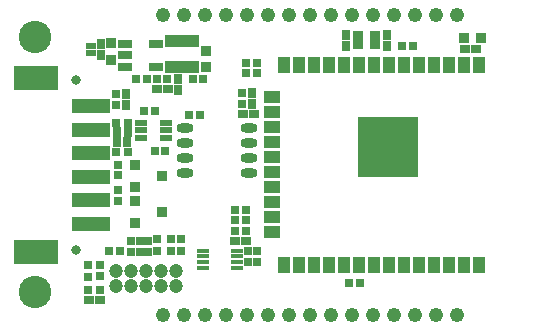
<source format=gts>
G04 Layer_Color=8388736*
%FSLAX24Y24*%
%MOIN*%
G70*
G01*
G75*
%ADD47C,0.0315*%
%ADD59R,0.0493X0.0316*%
%ADD60R,0.0395X0.0237*%
%ADD61R,0.0356X0.0356*%
%ADD62R,0.0277X0.0316*%
%ADD63R,0.0395X0.0178*%
%ADD64R,0.0336X0.0208*%
%ADD65O,0.0572X0.0316*%
%ADD66R,0.0434X0.0552*%
%ADD67R,0.0552X0.0434*%
%ADD68R,0.2049X0.2049*%
%ADD69R,0.1497X0.0789*%
%ADD70R,0.1261X0.0474*%
%ADD71R,0.0312X0.0324*%
%ADD72R,0.1143X0.0395*%
%ADD73R,0.0375X0.0631*%
%ADD74R,0.0380X0.0380*%
%ADD75R,0.0297X0.0297*%
%ADD76R,0.0293X0.0332*%
%ADD77R,0.0297X0.0297*%
%ADD78R,0.0332X0.0293*%
%ADD79R,0.0316X0.0277*%
%ADD80R,0.0380X0.0380*%
%ADD81C,0.0474*%
%ADD82C,0.1080*%
%ADD83C,0.0013*%
%ADD84C,0.0480*%
D47*
X2104Y2835D02*
D03*
Y-2835D02*
D03*
D59*
X4782Y4024D02*
D03*
Y3276D02*
D03*
X3738D02*
D03*
Y3650D02*
D03*
Y4024D02*
D03*
D60*
X5123Y1406D02*
D03*
Y1150D02*
D03*
Y894D02*
D03*
X4277D02*
D03*
Y1150D02*
D03*
Y1406D02*
D03*
D61*
X4961Y-370D02*
D03*
X4061Y-740D02*
D03*
Y10D02*
D03*
Y-1190D02*
D03*
Y-1940D02*
D03*
X4961Y-1570D02*
D03*
D62*
X3834Y444D02*
D03*
X3440D02*
D03*
X3590Y-2880D02*
D03*
X3196D02*
D03*
X2915Y-4184D02*
D03*
X2522D02*
D03*
X3834Y1400D02*
D03*
X3440D02*
D03*
D63*
X6333Y-2855D02*
D03*
Y-3052D02*
D03*
Y-3248D02*
D03*
Y-3445D02*
D03*
X7467Y-2855D02*
D03*
Y-3052D02*
D03*
Y-3248D02*
D03*
Y-3445D02*
D03*
D64*
X2600Y3978D02*
D03*
Y3722D02*
D03*
D65*
X7873Y-253D02*
D03*
Y247D02*
D03*
Y747D02*
D03*
Y1247D02*
D03*
X5727Y-253D02*
D03*
Y247D02*
D03*
Y747D02*
D03*
Y1247D02*
D03*
D66*
X15546Y3346D02*
D03*
X15046D02*
D03*
X14546D02*
D03*
X14046D02*
D03*
X13546D02*
D03*
X13046D02*
D03*
X12546D02*
D03*
X12046D02*
D03*
X11546D02*
D03*
X11046D02*
D03*
X10546D02*
D03*
X10046D02*
D03*
X9546D02*
D03*
X9046D02*
D03*
Y-3346D02*
D03*
X9546D02*
D03*
X10046D02*
D03*
X10546D02*
D03*
X11046D02*
D03*
X11546D02*
D03*
X12046D02*
D03*
X12546D02*
D03*
X13046D02*
D03*
X13546D02*
D03*
X14046D02*
D03*
X14546D02*
D03*
X15046D02*
D03*
X15546D02*
D03*
D67*
X8653Y2250D02*
D03*
Y1750D02*
D03*
Y1250D02*
D03*
Y750D02*
D03*
Y250D02*
D03*
Y-250D02*
D03*
Y-750D02*
D03*
Y-1250D02*
D03*
Y-1750D02*
D03*
Y-2250D02*
D03*
D68*
X12515Y591D02*
D03*
D69*
X766Y2894D02*
D03*
Y-2894D02*
D03*
D70*
X2616Y1969D02*
D03*
Y1181D02*
D03*
Y394D02*
D03*
Y-394D02*
D03*
Y-1181D02*
D03*
Y-1968D02*
D03*
D71*
X3471Y1100D02*
D03*
X3829D02*
D03*
X3461Y750D02*
D03*
X3819D02*
D03*
D72*
X5630Y3254D02*
D03*
Y4120D02*
D03*
D73*
X11509Y4160D02*
D03*
X12080D02*
D03*
D74*
X6450Y3250D02*
D03*
Y3800D02*
D03*
X3280Y4050D02*
D03*
Y3500D02*
D03*
D75*
X7777Y-2200D02*
D03*
X7423D02*
D03*
X5873Y1670D02*
D03*
X6227D02*
D03*
X7773Y3050D02*
D03*
X8127D02*
D03*
X7773Y3410D02*
D03*
X8127D02*
D03*
X5993Y2860D02*
D03*
X6347D02*
D03*
X4477Y2880D02*
D03*
X4123D02*
D03*
X5157Y2870D02*
D03*
X4803D02*
D03*
X11577Y-3950D02*
D03*
X11223D02*
D03*
X7423Y-1850D02*
D03*
X7777D02*
D03*
X7423Y-1500D02*
D03*
X7777D02*
D03*
X5089Y480D02*
D03*
X4734D02*
D03*
X4373Y1800D02*
D03*
X4727D02*
D03*
X12973Y3979D02*
D03*
X13327D02*
D03*
D76*
X11120Y4341D02*
D03*
Y3979D02*
D03*
X7960Y2029D02*
D03*
Y2391D02*
D03*
X5513Y2488D02*
D03*
Y2850D02*
D03*
X3760Y1999D02*
D03*
Y2361D02*
D03*
X2930Y3669D02*
D03*
Y4031D02*
D03*
X12470Y4341D02*
D03*
Y3979D02*
D03*
D77*
X3500Y-1197D02*
D03*
Y-843D02*
D03*
Y7D02*
D03*
Y-347D02*
D03*
X4510Y-2887D02*
D03*
Y-2533D02*
D03*
X4230Y-2887D02*
D03*
Y-2533D02*
D03*
X7640Y2387D02*
D03*
Y2033D02*
D03*
X3449Y2351D02*
D03*
Y1996D02*
D03*
X3930Y-2887D02*
D03*
Y-2533D02*
D03*
X2900Y-3338D02*
D03*
Y-3693D02*
D03*
X7858Y-3229D02*
D03*
Y-2874D02*
D03*
X8131Y-3229D02*
D03*
Y-2874D02*
D03*
D78*
X8031Y1710D02*
D03*
X7669D02*
D03*
X4799Y2540D02*
D03*
X5161D02*
D03*
X2539Y-4515D02*
D03*
X2901D02*
D03*
X7781Y-2550D02*
D03*
X7419D02*
D03*
X15431Y3850D02*
D03*
X15069D02*
D03*
D79*
X5270Y-2466D02*
D03*
Y-2860D02*
D03*
X4810Y-2870D02*
D03*
Y-2476D02*
D03*
X5600Y-2466D02*
D03*
Y-2860D02*
D03*
X2500Y-3732D02*
D03*
Y-3338D02*
D03*
D80*
X15050Y4220D02*
D03*
X15600D02*
D03*
D81*
X5450Y-3530D02*
D03*
Y-4030D02*
D03*
X4950Y-3530D02*
D03*
Y-4030D02*
D03*
X4450Y-3530D02*
D03*
Y-4030D02*
D03*
X3950Y-3530D02*
D03*
Y-4030D02*
D03*
X3450Y-3530D02*
D03*
Y-4030D02*
D03*
D82*
X750Y-4250D02*
D03*
Y4250D02*
D03*
D83*
X17700Y-4250D02*
D03*
Y4250D02*
D03*
D84*
X14800Y-5000D02*
D03*
X14100D02*
D03*
X13400D02*
D03*
X12700D02*
D03*
X9900D02*
D03*
X10600D02*
D03*
X11300D02*
D03*
X12000D02*
D03*
X7100D02*
D03*
X7800D02*
D03*
X8500D02*
D03*
X9200D02*
D03*
X5000D02*
D03*
X5700D02*
D03*
X6400D02*
D03*
X13400Y5000D02*
D03*
X14100D02*
D03*
X14800D02*
D03*
X10600D02*
D03*
X11300D02*
D03*
X12000D02*
D03*
X12700D02*
D03*
X7800D02*
D03*
X8500D02*
D03*
X9200D02*
D03*
X9900D02*
D03*
X7100D02*
D03*
X6400D02*
D03*
X5700D02*
D03*
X5000D02*
D03*
X11860Y1230D02*
D03*
X13160D02*
D03*
X12510Y550D02*
D03*
X13160Y-70D02*
D03*
X11860D02*
D03*
M02*

</source>
